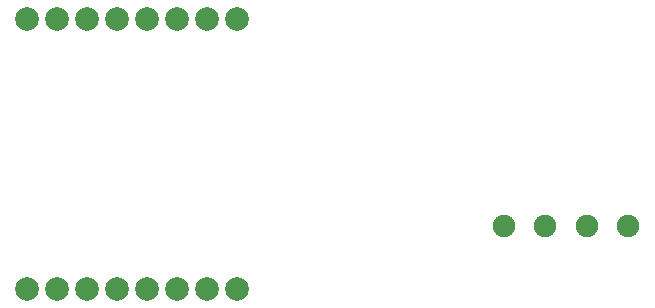
<source format=gbs>
G04 Layer: BottomSolderMaskLayer*
G04 EasyEDA v6.4.21, 2021-08-27T17:56:30+02:00*
G04 e7cb7ce6d9f94255a7045453de3fad17,10*
G04 Gerber Generator version 0.2*
G04 Scale: 100 percent, Rotated: No, Reflected: No *
G04 Dimensions in millimeters *
G04 leading zeros omitted , absolute positions ,4 integer and 5 decimal *
%FSLAX45Y45*%
%MOMM*%

%ADD19C,1.9032*%
%ADD22C,2.0032*%

%LPD*%
D19*
G01*
X5875807Y5664192D03*
G01*
X6225793Y5664192D03*
G01*
X6575806Y5664192D03*
G01*
X6925792Y5664192D03*
D22*
G01*
X3619500Y7416805D03*
G01*
X3365500Y7416805D03*
G01*
X3111500Y7416805D03*
G01*
X2857500Y7416805D03*
G01*
X2603500Y7416805D03*
G01*
X2349500Y7416805D03*
G01*
X2095500Y7416805D03*
G01*
X1841500Y7416805D03*
G01*
X3619500Y5130805D03*
G01*
X3365500Y5130805D03*
G01*
X3111500Y5130805D03*
G01*
X2857500Y5130805D03*
G01*
X2603500Y5130805D03*
G01*
X2349500Y5130805D03*
G01*
X2095500Y5130805D03*
G01*
X1841500Y5130805D03*
M02*

</source>
